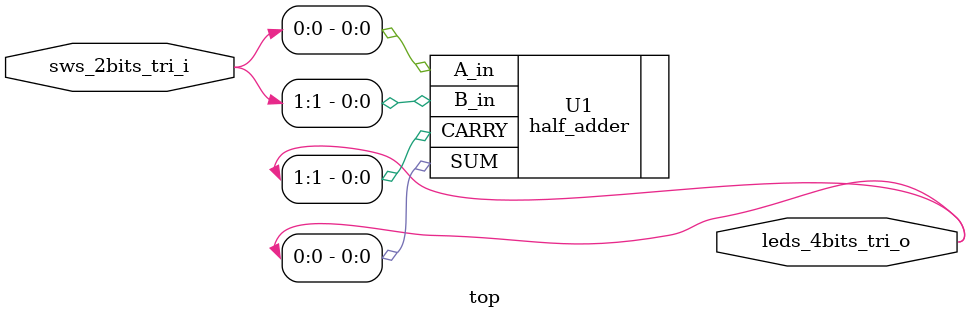
<source format=v>
`timescale 1ns / 1ps
`include "./half_adder.v"


module top(
    input wire [1:0] sws_2bits_tri_i,
    output wire [3:0] leds_4bits_tri_o
);
    half_adder U1 (
    .A_in(sws_2bits_tri_i[0]),
    .B_in(sws_2bits_tri_i[1]),
    .SUM(leds_4bits_tri_o[0]),
    .CARRY(leds_4bits_tri_o[1])
    );
endmodule

</source>
